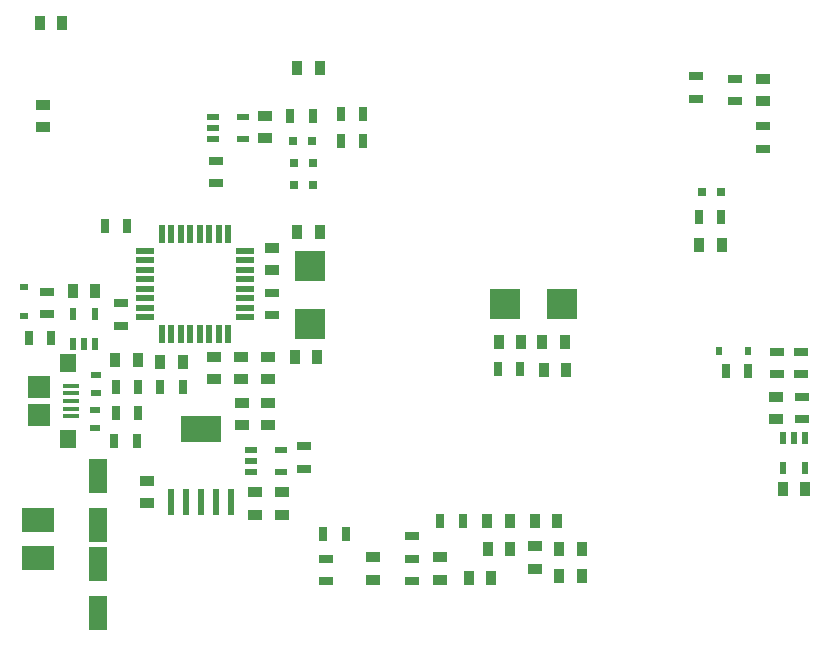
<source format=gtp>
G04*
G04 #@! TF.GenerationSoftware,Altium Limited,Altium Designer,20.2.5 (213)*
G04*
G04 Layer_Color=8421504*
%FSLAX44Y44*%
%MOMM*%
G71*
G04*
G04 #@! TF.SameCoordinates,D028A582-A43C-45AF-95F9-5D6BD50934B0*
G04*
G04*
G04 #@! TF.FilePolarity,Positive*
G04*
G01*
G75*
%ADD12R,0.8000X0.8000*%
%ADD13R,0.6000X2.2000*%
%ADD14R,3.5000X2.2000*%
%ADD15R,1.3000X0.9000*%
%ADD16R,0.9000X1.3000*%
%ADD17R,2.5000X2.6000*%
%ADD18R,2.6000X2.5000*%
%ADD19R,1.0000X0.5500*%
%ADD20R,0.5500X1.0000*%
%ADD21R,1.6000X3.0000*%
%ADD22R,1.5000X0.5500*%
%ADD23R,0.5500X1.5000*%
%ADD24R,2.7000X2.0000*%
%ADD25R,1.3500X0.4000*%
%ADD26R,1.9000X1.9000*%
%ADD27R,1.4000X1.6000*%
%ADD28R,0.6858X0.5588*%
%ADD29R,0.5588X0.6858*%
%ADD30R,1.3000X0.7000*%
%ADD31R,0.7000X1.3000*%
%ADD32R,0.9000X0.6000*%
D12*
X583000Y378000D02*
D03*
X599000D02*
D03*
X253000Y421000D02*
D03*
X237000D02*
D03*
X238000Y402000D02*
D03*
X254000D02*
D03*
Y384000D02*
D03*
X238000D02*
D03*
D13*
X133600Y115000D02*
D03*
X146300D02*
D03*
X159000D02*
D03*
X171700D02*
D03*
X184400D02*
D03*
D14*
X159000Y177000D02*
D03*
D15*
X216000Y238500D02*
D03*
Y219500D02*
D03*
X113000Y133500D02*
D03*
Y114500D02*
D03*
X205000Y123500D02*
D03*
Y104500D02*
D03*
X442000Y59000D02*
D03*
Y78000D02*
D03*
X193000Y238500D02*
D03*
Y219500D02*
D03*
X219000Y311500D02*
D03*
Y330500D02*
D03*
X170000Y219500D02*
D03*
Y238500D02*
D03*
X25000Y432500D02*
D03*
Y451500D02*
D03*
X635000Y473500D02*
D03*
Y454500D02*
D03*
X305000Y49500D02*
D03*
Y68500D02*
D03*
X361000Y49500D02*
D03*
Y68500D02*
D03*
X213000Y442500D02*
D03*
Y423500D02*
D03*
X216000Y180500D02*
D03*
Y199500D02*
D03*
X646000Y204500D02*
D03*
Y185500D02*
D03*
X228000Y104500D02*
D03*
Y123500D02*
D03*
X194000Y199500D02*
D03*
Y180500D02*
D03*
D16*
X143500Y234000D02*
D03*
X124500D02*
D03*
X462500Y76000D02*
D03*
X481500D02*
D03*
X259500Y483000D02*
D03*
X240500D02*
D03*
X600000Y333000D02*
D03*
X581000D02*
D03*
X240500Y344000D02*
D03*
X259500D02*
D03*
X238500Y238000D02*
D03*
X257500D02*
D03*
X385500Y51000D02*
D03*
X404500D02*
D03*
X22500Y521000D02*
D03*
X41500D02*
D03*
X468000Y227000D02*
D03*
X449000D02*
D03*
X420500Y99000D02*
D03*
X401500D02*
D03*
X441500D02*
D03*
X460500D02*
D03*
X430000Y251000D02*
D03*
X411000D02*
D03*
X448000D02*
D03*
X467000D02*
D03*
X651500Y126000D02*
D03*
X670500D02*
D03*
X50500Y294000D02*
D03*
X69500D02*
D03*
X86500Y236000D02*
D03*
X105500D02*
D03*
X481500Y53000D02*
D03*
X462500D02*
D03*
X421000Y76000D02*
D03*
X402000D02*
D03*
D17*
X465000Y283000D02*
D03*
X416000D02*
D03*
D18*
X251000Y315500D02*
D03*
Y266500D02*
D03*
D19*
X169500Y441500D02*
D03*
Y432000D02*
D03*
Y422500D02*
D03*
X194500Y441500D02*
D03*
Y422500D02*
D03*
X201500Y159500D02*
D03*
Y150000D02*
D03*
Y140500D02*
D03*
X226500Y159500D02*
D03*
Y140500D02*
D03*
D20*
X50500Y249500D02*
D03*
X60000D02*
D03*
X69500D02*
D03*
X50500Y274500D02*
D03*
X69500D02*
D03*
X670500Y169500D02*
D03*
X661000D02*
D03*
X651500D02*
D03*
X670500Y144500D02*
D03*
X651500D02*
D03*
D21*
X72000Y96000D02*
D03*
Y137000D02*
D03*
Y21500D02*
D03*
Y62500D02*
D03*
D22*
X196000Y272000D02*
D03*
Y280000D02*
D03*
Y288000D02*
D03*
Y296000D02*
D03*
Y304000D02*
D03*
Y312000D02*
D03*
Y320000D02*
D03*
Y328000D02*
D03*
X112000D02*
D03*
Y320000D02*
D03*
Y312000D02*
D03*
Y304000D02*
D03*
Y296000D02*
D03*
Y288000D02*
D03*
Y280000D02*
D03*
Y272000D02*
D03*
D23*
X182000Y342000D02*
D03*
X174000D02*
D03*
X166000D02*
D03*
X158000D02*
D03*
X150000D02*
D03*
X142000D02*
D03*
X134000D02*
D03*
X126000D02*
D03*
Y258000D02*
D03*
X134000D02*
D03*
X142000D02*
D03*
X150000D02*
D03*
X158000D02*
D03*
X166000D02*
D03*
X174000D02*
D03*
X182000D02*
D03*
D24*
X21000Y68000D02*
D03*
Y100000D02*
D03*
D25*
X48745Y188000D02*
D03*
Y194500D02*
D03*
Y201000D02*
D03*
Y207500D02*
D03*
Y214000D02*
D03*
D26*
X21995Y189000D02*
D03*
Y213000D02*
D03*
D27*
X46495Y169000D02*
D03*
Y233000D02*
D03*
D28*
X9000Y297192D02*
D03*
Y272808D02*
D03*
D29*
X597808Y243000D02*
D03*
X622192D02*
D03*
D30*
X172000Y404500D02*
D03*
Y385500D02*
D03*
X91000Y264500D02*
D03*
Y283500D02*
D03*
X219000Y292500D02*
D03*
Y273500D02*
D03*
X611000Y473500D02*
D03*
Y454500D02*
D03*
X578129Y475879D02*
D03*
Y456879D02*
D03*
X635000Y414500D02*
D03*
Y433500D02*
D03*
X668000Y204500D02*
D03*
Y185500D02*
D03*
X29000Y293500D02*
D03*
Y274500D02*
D03*
X667000Y223500D02*
D03*
Y242500D02*
D03*
X265000Y48500D02*
D03*
Y67500D02*
D03*
X246000Y162500D02*
D03*
Y143500D02*
D03*
X647000Y223500D02*
D03*
Y242500D02*
D03*
X338000Y67500D02*
D03*
Y86500D02*
D03*
Y48500D02*
D03*
Y67500D02*
D03*
D31*
X296500Y444000D02*
D03*
X277500D02*
D03*
X296500Y421000D02*
D03*
X277500D02*
D03*
X77500Y349000D02*
D03*
X96500D02*
D03*
X106000Y213000D02*
D03*
X87000D02*
D03*
X106000Y191000D02*
D03*
X87000D02*
D03*
X104500Y167000D02*
D03*
X85500D02*
D03*
X361500Y99000D02*
D03*
X380500D02*
D03*
X622500Y226000D02*
D03*
X603500D02*
D03*
X234500Y442000D02*
D03*
X253500D02*
D03*
X410500Y228000D02*
D03*
X429500D02*
D03*
X580500Y357000D02*
D03*
X599500D02*
D03*
X32000Y254000D02*
D03*
X13000D02*
D03*
X281500Y88000D02*
D03*
X262500D02*
D03*
X143500Y213000D02*
D03*
X124500D02*
D03*
D32*
X70000Y223000D02*
D03*
Y208000D02*
D03*
X69000Y178000D02*
D03*
Y193000D02*
D03*
M02*

</source>
